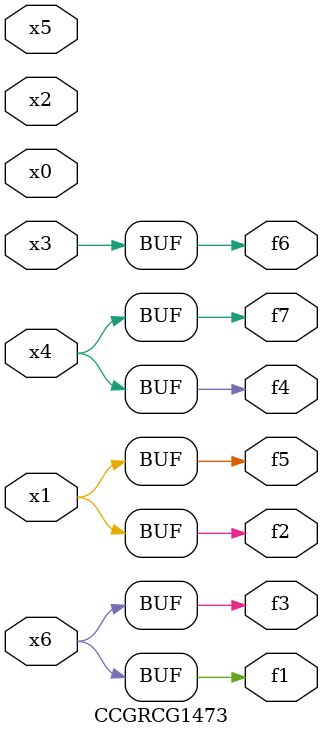
<source format=v>
module CCGRCG1473(
	input x0, x1, x2, x3, x4, x5, x6,
	output f1, f2, f3, f4, f5, f6, f7
);
	assign f1 = x6;
	assign f2 = x1;
	assign f3 = x6;
	assign f4 = x4;
	assign f5 = x1;
	assign f6 = x3;
	assign f7 = x4;
endmodule

</source>
